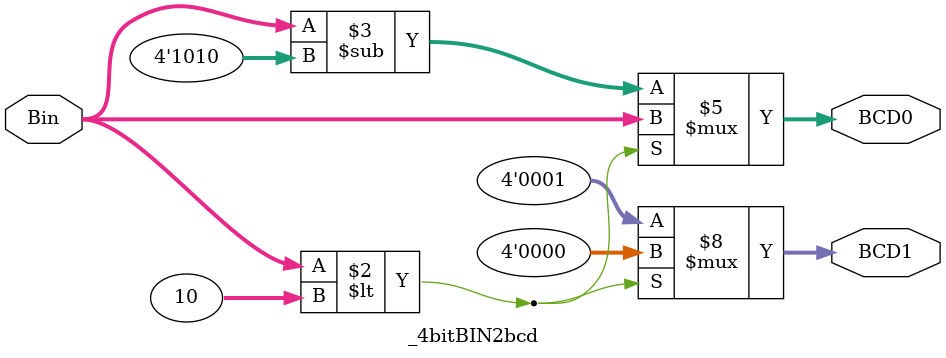
<source format=v>
module _4bitBIN2bcd (Bin,BCD1,BCD0);//4位二进制转换成2位十进制
input [3:0] Bin;
output reg [3:0] BCD1, BCD0;
 always @ (Bin) 
begin 
{BCD1,BCD0}=8'h00;
if (Bin<10) begin 
BCD1=4'h0;
BCD0=Bin;end  
else begin BCD1=4'h1; BCD0=Bin-4'd10; 

end 
end endmodule
</source>
